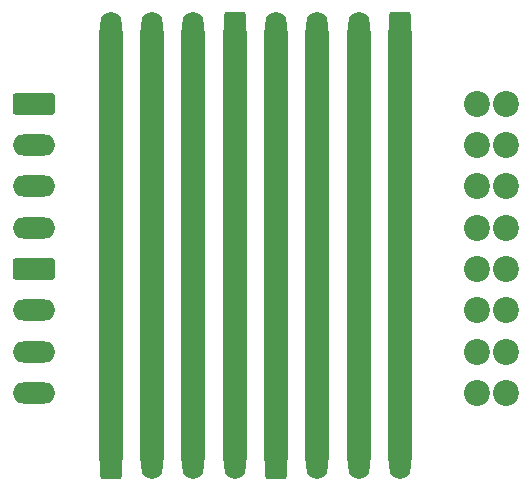
<source format=gbr>
%TF.GenerationSoftware,KiCad,Pcbnew,8.0.2*%
%TF.CreationDate,2024-09-12T21:38:04+02:00*%
%TF.ProjectId,splitX_pluggable_8p,73706c69-7458-45f7-906c-75676761626c,rev?*%
%TF.SameCoordinates,Original*%
%TF.FileFunction,Copper,L2,Bot*%
%TF.FilePolarity,Positive*%
%FSLAX46Y46*%
G04 Gerber Fmt 4.6, Leading zero omitted, Abs format (unit mm)*
G04 Created by KiCad (PCBNEW 8.0.2) date 2024-09-12 21:38:04*
%MOMM*%
%LPD*%
G01*
G04 APERTURE LIST*
G04 Aperture macros list*
%AMRoundRect*
0 Rectangle with rounded corners*
0 $1 Rounding radius*
0 $2 $3 $4 $5 $6 $7 $8 $9 X,Y pos of 4 corners*
0 Add a 4 corners polygon primitive as box body*
4,1,4,$2,$3,$4,$5,$6,$7,$8,$9,$2,$3,0*
0 Add four circle primitives for the rounded corners*
1,1,$1+$1,$2,$3*
1,1,$1+$1,$4,$5*
1,1,$1+$1,$6,$7*
1,1,$1+$1,$8,$9*
0 Add four rect primitives between the rounded corners*
20,1,$1+$1,$2,$3,$4,$5,0*
20,1,$1+$1,$4,$5,$6,$7,0*
20,1,$1+$1,$6,$7,$8,$9,0*
20,1,$1+$1,$8,$9,$2,$3,0*%
G04 Aperture macros list end*
%TA.AperFunction,ComponentPad*%
%ADD10RoundRect,0.250000X-1.550000X0.650000X-1.550000X-0.650000X1.550000X-0.650000X1.550000X0.650000X0*%
%TD*%
%TA.AperFunction,ComponentPad*%
%ADD11O,3.600000X1.800000*%
%TD*%
%TA.AperFunction,ComponentPad*%
%ADD12RoundRect,0.250000X0.650000X1.550000X-0.650000X1.550000X-0.650000X-1.550000X0.650000X-1.550000X0*%
%TD*%
%TA.AperFunction,ComponentPad*%
%ADD13O,1.800000X3.600000*%
%TD*%
%TA.AperFunction,ComponentPad*%
%ADD14RoundRect,0.250000X-0.650000X-1.550000X0.650000X-1.550000X0.650000X1.550000X-0.650000X1.550000X0*%
%TD*%
%TA.AperFunction,ComponentPad*%
%ADD15C,2.200000*%
%TD*%
%TA.AperFunction,ViaPad*%
%ADD16C,0.500000*%
%TD*%
%TA.AperFunction,Conductor*%
%ADD17C,2.000000*%
%TD*%
G04 APERTURE END LIST*
D10*
%TO.P,J42,1,Pin_1*%
%TO.N,Net-(J12-Pin_4)*%
X138500000Y-95000000D03*
D11*
%TO.P,J42,2,Pin_2*%
%TO.N,Net-(J12-Pin_3)*%
X138500000Y-98500000D03*
%TO.P,J42,3,Pin_3*%
%TO.N,Net-(J12-Pin_2)*%
X138500000Y-102000000D03*
%TO.P,J42,4,Pin_4*%
%TO.N,Net-(J12-Pin_1)*%
X138500000Y-105500000D03*
%TD*%
D12*
%TO.P,J21,1,Pin_1*%
%TO.N,Net-(J11-Pin_1)*%
X169500000Y-89000000D03*
D13*
%TO.P,J21,2,Pin_2*%
%TO.N,Net-(J11-Pin_2)*%
X166000000Y-89000000D03*
%TO.P,J21,3,Pin_3*%
%TO.N,Net-(J11-Pin_3)*%
X162500000Y-89000000D03*
%TO.P,J21,4,Pin_4*%
%TO.N,Net-(J11-Pin_4)*%
X159000000Y-89000000D03*
%TD*%
D14*
%TO.P,J31,1,Pin_1*%
%TO.N,Net-(J11-Pin_4)*%
X159000000Y-125000000D03*
D13*
%TO.P,J31,2,Pin_2*%
%TO.N,Net-(J11-Pin_3)*%
X162500000Y-125000000D03*
%TO.P,J31,3,Pin_3*%
%TO.N,Net-(J11-Pin_2)*%
X166000000Y-125000000D03*
%TO.P,J31,4,Pin_4*%
%TO.N,Net-(J11-Pin_1)*%
X169500000Y-125000000D03*
%TD*%
D14*
%TO.P,J32,1,Pin_1*%
%TO.N,Net-(J12-Pin_4)*%
X145000000Y-125000000D03*
D13*
%TO.P,J32,2,Pin_2*%
%TO.N,Net-(J12-Pin_3)*%
X148500000Y-125000000D03*
%TO.P,J32,3,Pin_3*%
%TO.N,Net-(J12-Pin_2)*%
X152000000Y-125000000D03*
%TO.P,J32,4,Pin_4*%
%TO.N,Net-(J12-Pin_1)*%
X155500000Y-125000000D03*
%TD*%
D15*
%TO.P,J11,1,Pin_1*%
%TO.N,Net-(J11-Pin_1)*%
X176000000Y-119500000D03*
X178500000Y-119500000D03*
%TO.P,J11,2,Pin_2*%
%TO.N,Net-(J11-Pin_2)*%
X176000000Y-116000000D03*
X178500000Y-116000000D03*
%TO.P,J11,3,Pin_3*%
%TO.N,Net-(J11-Pin_3)*%
X176000000Y-112500000D03*
X178500000Y-112500000D03*
%TO.P,J11,4,Pin_4*%
%TO.N,Net-(J11-Pin_4)*%
X176000000Y-109000000D03*
X178500000Y-109000000D03*
%TD*%
D12*
%TO.P,J22,1,Pin_1*%
%TO.N,Net-(J12-Pin_1)*%
X155500000Y-89000000D03*
D13*
%TO.P,J22,2,Pin_2*%
%TO.N,Net-(J12-Pin_2)*%
X152000000Y-89000000D03*
%TO.P,J22,3,Pin_3*%
%TO.N,Net-(J12-Pin_3)*%
X148500000Y-89000000D03*
%TO.P,J22,4,Pin_4*%
%TO.N,Net-(J12-Pin_4)*%
X145000000Y-89000000D03*
%TD*%
D15*
%TO.P,J12,1,Pin_1*%
%TO.N,Net-(J12-Pin_1)*%
X176000000Y-105500000D03*
X178500000Y-105500000D03*
%TO.P,J12,2,Pin_2*%
%TO.N,Net-(J12-Pin_2)*%
X176000000Y-102000000D03*
X178500000Y-102000000D03*
%TO.P,J12,3,Pin_3*%
%TO.N,Net-(J12-Pin_3)*%
X176000000Y-98500000D03*
X178500000Y-98500000D03*
%TO.P,J12,4,Pin_4*%
%TO.N,Net-(J12-Pin_4)*%
X176000000Y-95000000D03*
X178500000Y-95000000D03*
%TD*%
D10*
%TO.P,J41,1,Pin_1*%
%TO.N,Net-(J11-Pin_4)*%
X138500000Y-109000000D03*
D11*
%TO.P,J41,2,Pin_2*%
%TO.N,Net-(J11-Pin_3)*%
X138500000Y-112500000D03*
%TO.P,J41,3,Pin_3*%
%TO.N,Net-(J11-Pin_2)*%
X138500000Y-116000000D03*
%TO.P,J41,4,Pin_4*%
%TO.N,Net-(J11-Pin_1)*%
X138500000Y-119500000D03*
%TD*%
D16*
%TO.N,Net-(J11-Pin_4)*%
X158500000Y-108500000D03*
X159500000Y-109500000D03*
X158500000Y-109500000D03*
X159500000Y-108500000D03*
%TO.N,Net-(J11-Pin_3)*%
X162000000Y-113000000D03*
X163000000Y-112000000D03*
X163000000Y-113000000D03*
X162000000Y-112000000D03*
%TO.N,Net-(J11-Pin_1)*%
X170000000Y-119000000D03*
X169000000Y-119000000D03*
X169000000Y-120000000D03*
X170000000Y-120000000D03*
%TO.N,Net-(J11-Pin_2)*%
X165500000Y-116500000D03*
X166500000Y-115500000D03*
X165500000Y-115500000D03*
X166500000Y-116500000D03*
%TO.N,Net-(J12-Pin_2)*%
X151500000Y-102500000D03*
X151500000Y-101500000D03*
X152500000Y-101500000D03*
X152500000Y-102500000D03*
%TO.N,Net-(J12-Pin_4)*%
X145500000Y-94500000D03*
X144500000Y-95500000D03*
X144500000Y-94500000D03*
X145500000Y-95500000D03*
%TO.N,Net-(J12-Pin_1)*%
X156000000Y-106000000D03*
X155000000Y-106000000D03*
X156000000Y-105000000D03*
X155000000Y-105000000D03*
%TO.N,Net-(J12-Pin_3)*%
X148000000Y-98000000D03*
X148000000Y-99000000D03*
X149000000Y-98000000D03*
X149000000Y-99000000D03*
%TD*%
D17*
%TO.N,Net-(J11-Pin_4)*%
X159000000Y-89000000D02*
X159000000Y-125000000D01*
%TO.N,Net-(J11-Pin_3)*%
X162500000Y-125000000D02*
X162500000Y-89000000D01*
%TO.N,Net-(J11-Pin_1)*%
X169500000Y-125000000D02*
X169500000Y-89000000D01*
%TO.N,Net-(J11-Pin_2)*%
X166000000Y-89000000D02*
X166000000Y-125000000D01*
%TO.N,Net-(J12-Pin_2)*%
X152000000Y-89000000D02*
X152000000Y-125000000D01*
%TO.N,Net-(J12-Pin_4)*%
X145000000Y-89000000D02*
X145000000Y-125000000D01*
%TO.N,Net-(J12-Pin_1)*%
X155500000Y-125000000D02*
X155500000Y-89000000D01*
%TO.N,Net-(J12-Pin_3)*%
X148500000Y-125000000D02*
X148500000Y-89000000D01*
%TD*%
M02*

</source>
